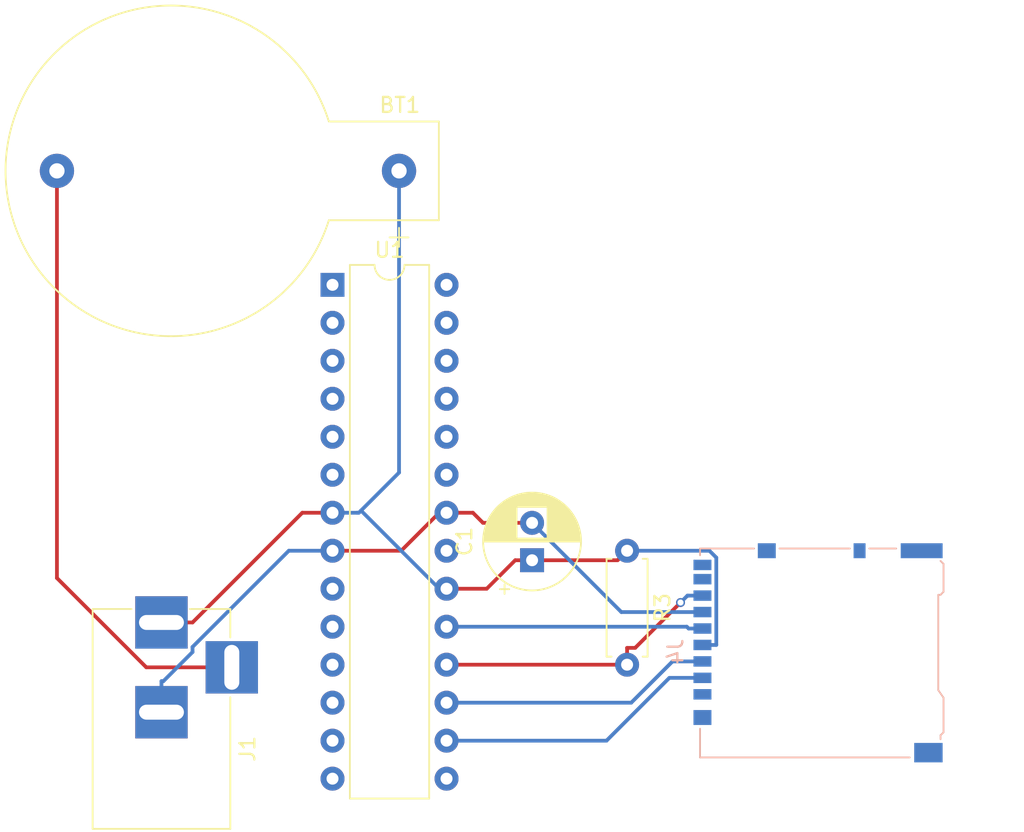
<source format=kicad_pcb>
(kicad_pcb (version 4) (host pcbnew 4.0.6+dfsg1-1)

  (general
    (links 16)
    (no_connects 11)
    (area 0 0 0 0)
    (thickness 1.6)
    (drawings 0)
    (tracks 53)
    (zones 0)
    (modules 6)
    (nets 8)
  )

  (page A4)
  (layers
    (0 F.Cu signal)
    (31 B.Cu signal)
    (32 B.Adhes user)
    (33 F.Adhes user)
    (34 B.Paste user)
    (35 F.Paste user)
    (36 B.SilkS user)
    (37 F.SilkS user)
    (38 B.Mask user)
    (39 F.Mask user)
    (40 Dwgs.User user)
    (41 Cmts.User user)
    (42 Eco1.User user)
    (43 Eco2.User user)
    (44 Edge.Cuts user)
    (45 Margin user)
    (46 B.CrtYd user)
    (47 F.CrtYd user)
    (48 B.Fab user)
    (49 F.Fab user)
  )

  (setup
    (last_trace_width 0.25)
    (trace_clearance 0.2)
    (zone_clearance 0.508)
    (zone_45_only no)
    (trace_min 0.2)
    (segment_width 0.2)
    (edge_width 0.15)
    (via_size 0.6)
    (via_drill 0.4)
    (via_min_size 0.4)
    (via_min_drill 0.3)
    (uvia_size 0.3)
    (uvia_drill 0.1)
    (uvias_allowed no)
    (uvia_min_size 0.2)
    (uvia_min_drill 0.1)
    (pcb_text_width 0.3)
    (pcb_text_size 1.5 1.5)
    (mod_edge_width 0.15)
    (mod_text_size 1 1)
    (mod_text_width 0.15)
    (pad_size 1.524 1.524)
    (pad_drill 0.762)
    (pad_to_mask_clearance 0.2)
    (aux_axis_origin 0 0)
    (visible_elements FFFFFF7F)
    (pcbplotparams
      (layerselection 0x00030_80000001)
      (usegerberextensions false)
      (excludeedgelayer true)
      (linewidth 0.100000)
      (plotframeref false)
      (viasonmask false)
      (mode 1)
      (useauxorigin false)
      (hpglpennumber 1)
      (hpglpenspeed 20)
      (hpglpendiameter 15)
      (hpglpenoverlay 2)
      (psnegative false)
      (psa4output false)
      (plotreference true)
      (plotvalue true)
      (plotinvisibletext false)
      (padsonsilk false)
      (subtractmaskfromsilk false)
      (outputformat 1)
      (mirror false)
      (drillshape 1)
      (scaleselection 1)
      (outputdirectory ""))
  )

  (net 0 "")
  (net 1 GND)
  (net 2 /_SS)
  (net 3 /MOSI)
  (net 4 /SCLK)
  (net 5 /MISO)
  (net 6 "Net-(BT1-Pad2)")
  (net 7 +3V3)

  (net_class Default "This is the default net class."
    (clearance 0.2)
    (trace_width 0.25)
    (via_dia 0.6)
    (via_drill 0.4)
    (uvia_dia 0.3)
    (uvia_drill 0.1)
    (add_net +3V3)
    (add_net /MISO)
    (add_net /MOSI)
    (add_net /SCLK)
    (add_net /_SS)
    (add_net GND)
    (add_net "Net-(BT1-Pad2)")
  )

  (module Battery:BatteryHolder_CR2032H (layer F.Cu) (tedit 5A1AA7FF) (tstamp 5A7C3EC6)
    (at 172.085 94.615)
    (descr "CR2032H battery holder, PCB mounted")
    (tags "CR2032H battery holder")
    (path /5A7C7473)
    (fp_text reference BT1 (at 0.05 -4.4) (layer F.SilkS)
      (effects (font (size 1 1) (thickness 0.15)))
    )
    (fp_text value Battery_Cell (at -15.24 12.7) (layer F.Fab)
      (effects (font (size 1 1) (thickness 0.15)))
    )
    (fp_text user %R (at -11.812 0) (layer F.Fab)
      (effects (font (size 1 1) (thickness 0.15)))
    )
    (fp_line (start -4.49 -3.8) (end 3.06 -3.8) (layer F.CrtYd) (width 0.05))
    (fp_line (start 3.06 -3.8) (end 3.06 3.65) (layer F.CrtYd) (width 0.05))
    (fp_line (start 3.06 3.65) (end -4.44 3.65) (layer F.CrtYd) (width 0.05))
    (fp_line (start -4.69 -3.3) (end 2.66 -3.3) (layer F.SilkS) (width 0.12))
    (fp_line (start 2.66 -3.3) (end 2.66 3.3) (layer F.SilkS) (width 0.12))
    (fp_line (start 2.66 3.3) (end -4.69 3.3) (layer F.SilkS) (width 0.12))
    (fp_line (start 0 3.81) (end 0 5.08) (layer F.SilkS) (width 0.12))
    (fp_line (start -0.63 4.45) (end 0.63 4.45) (layer F.SilkS) (width 0.12))
    (fp_line (start -4.45 -2.54) (end 1.9 -2.54) (layer F.Fab) (width 0.1))
    (fp_line (start 1.9 -2.54) (end 1.9 2.54) (layer F.Fab) (width 0.1))
    (fp_line (start 1.9 2.54) (end -4.45 2.54) (layer F.Fab) (width 0.1))
    (fp_line (start 1.9 -3.17) (end 2.54 -3.17) (layer F.Fab) (width 0.1))
    (fp_line (start 2.54 -3.17) (end 2.54 3.17) (layer F.Fab) (width 0.1))
    (fp_line (start 2.54 3.17) (end 1.9 3.17) (layer F.Fab) (width 0.1))
    (fp_line (start 0.63 -3.17) (end 1.9 -3.17) (layer F.Fab) (width 0.1))
    (fp_line (start 1.9 3.17) (end -4.45 3.17) (layer F.Fab) (width 0.1))
    (fp_line (start -4.45 -3.17) (end 0.63 -3.17) (layer F.Fab) (width 0.1))
    (fp_circle (center -15.24 0) (end -16.51 -8.89) (layer F.Fab) (width 0.1))
    (fp_circle (center -15.24 0) (end -8.89 8.89) (layer F.Fab) (width 0.1))
    (fp_arc (start -15.24 0) (end -4.44 3.65) (angle 322) (layer F.CrtYd) (width 0.05))
    (fp_arc (start -15.24 0) (end -4.69 3.3) (angle 325) (layer F.SilkS) (width 0.12))
    (pad 2 thru_hole circle (at -22.86 0) (size 2.29 2.29) (drill 1.02) (layers *.Cu *.Mask)
      (net 6 "Net-(BT1-Pad2)"))
    (pad 1 thru_hole circle (at 0 0) (size 2.29 2.29) (drill 1.02) (layers *.Cu *.Mask)
      (net 7 +3V3))
    (model ${KISYS3DMOD}/Battery.3dshapes/BatteryHolder_CR2032H.wrl
      (at (xyz 0 0 0))
      (scale (xyz 1 1 1))
      (rotate (xyz 0 0 0))
    )
  )

  (module Connectors:BARREL_JACK (layer F.Cu) (tedit 5861378E) (tstamp 5A7C3ECD)
    (at 156.21 124.81 90)
    (descr "DC Barrel Jack")
    (tags "Power Jack")
    (path /5A71C2D0)
    (fp_text reference J1 (at -8.45 5.75 270) (layer F.SilkS)
      (effects (font (size 1 1) (thickness 0.15)))
    )
    (fp_text value BARREL_JACK (at -6.2 -5.5 90) (layer F.Fab)
      (effects (font (size 1 1) (thickness 0.15)))
    )
    (fp_line (start 1 -4.5) (end 1 -4.75) (layer F.CrtYd) (width 0.05))
    (fp_line (start 1 -4.75) (end -14 -4.75) (layer F.CrtYd) (width 0.05))
    (fp_line (start 1 -4.5) (end 1 -2) (layer F.CrtYd) (width 0.05))
    (fp_line (start 1 -2) (end 2 -2) (layer F.CrtYd) (width 0.05))
    (fp_line (start 2 -2) (end 2 2) (layer F.CrtYd) (width 0.05))
    (fp_line (start 2 2) (end 1 2) (layer F.CrtYd) (width 0.05))
    (fp_line (start 1 2) (end 1 4.75) (layer F.CrtYd) (width 0.05))
    (fp_line (start 1 4.75) (end -1 4.75) (layer F.CrtYd) (width 0.05))
    (fp_line (start -1 4.75) (end -1 6.75) (layer F.CrtYd) (width 0.05))
    (fp_line (start -1 6.75) (end -5 6.75) (layer F.CrtYd) (width 0.05))
    (fp_line (start -5 6.75) (end -5 4.75) (layer F.CrtYd) (width 0.05))
    (fp_line (start -5 4.75) (end -14 4.75) (layer F.CrtYd) (width 0.05))
    (fp_line (start -14 4.75) (end -14 -4.75) (layer F.CrtYd) (width 0.05))
    (fp_line (start -5 4.6) (end -13.8 4.6) (layer F.SilkS) (width 0.12))
    (fp_line (start -13.8 4.6) (end -13.8 -4.6) (layer F.SilkS) (width 0.12))
    (fp_line (start 0.9 1.9) (end 0.9 4.6) (layer F.SilkS) (width 0.12))
    (fp_line (start 0.9 4.6) (end -1 4.6) (layer F.SilkS) (width 0.12))
    (fp_line (start -13.8 -4.6) (end 0.9 -4.6) (layer F.SilkS) (width 0.12))
    (fp_line (start 0.9 -4.6) (end 0.9 -2) (layer F.SilkS) (width 0.12))
    (fp_line (start -10.2 -4.5) (end -10.2 4.5) (layer F.Fab) (width 0.1))
    (fp_line (start -13.7 -4.5) (end -13.7 4.5) (layer F.Fab) (width 0.1))
    (fp_line (start -13.7 4.5) (end 0.8 4.5) (layer F.Fab) (width 0.1))
    (fp_line (start 0.8 4.5) (end 0.8 -4.5) (layer F.Fab) (width 0.1))
    (fp_line (start 0.8 -4.5) (end -13.7 -4.5) (layer F.Fab) (width 0.1))
    (pad 1 thru_hole rect (at 0 0 90) (size 3.5 3.5) (drill oval 1 3) (layers *.Cu *.Mask)
      (net 7 +3V3))
    (pad 2 thru_hole rect (at -6 0 90) (size 3.5 3.5) (drill oval 1 3) (layers *.Cu *.Mask)
      (net 1 GND))
    (pad 3 thru_hole rect (at -3 4.7 90) (size 3.5 3.5) (drill oval 3 1) (layers *.Cu *.Mask)
      (net 6 "Net-(BT1-Pad2)"))
  )

  (module Connector_Card:microSD_HC_Hirose_DM3AT-SF-PEJM5 (layer B.Cu) (tedit 5A1DBFB5) (tstamp 5A7C3EDF)
    (at 200.085 126.84 270)
    (descr "Micro SD, SMD, right-angle, push-pull (https://www.hirose.com/product/en/download_file/key_name/DM3AT-SF-PEJM5/category/Drawing%20(2D)/doc_file_id/44099/?file_category_id=6&item_id=06090031000&is_series=)")
    (tags "Micro SD")
    (path /5A75CAF4)
    (attr smd)
    (fp_text reference J4 (at -0.075 9.525 270) (layer B.SilkS)
      (effects (font (size 1 1) (thickness 0.15)) (justify mirror))
    )
    (fp_text value Micro_SD_Card_Det_SPI (at -0.075 -9.575 270) (layer B.Fab)
      (effects (font (size 1 1) (thickness 0.15)) (justify mirror))
    )
    (fp_text user KEEPOUT (at -1.075 1.925 270) (layer Cmts.User)
      (effects (font (size 1 1) (thickness 0.1)))
    )
    (fp_text user %R (at -0.075 -0.375 270) (layer B.Fab)
      (effects (font (size 1 1) (thickness 0.1)) (justify mirror))
    )
    (fp_text user KEEPOUT (at 4.2 -7.65 270) (layer Cmts.User)
      (effects (font (size 0.4 0.4) (thickness 0.06)))
    )
    (fp_text user KEEPOUT (at -6.85 3.25 540) (layer Cmts.User)
      (effects (font (size 0.6 0.6) (thickness 0.09)))
    )
    (fp_text user KEEPOUT (at -5.775 -2.375 540) (layer Cmts.User)
      (effects (font (size 0.6 0.6) (thickness 0.09)))
    )
    (fp_line (start -4.175 2.725) (end -5.425 1.825) (layer Dwgs.User) (width 0.1))
    (fp_line (start -4.875 2.725) (end -5.425 2.325) (layer Dwgs.User) (width 0.1))
    (fp_line (start -2.775 2.725) (end -5 1.125) (layer Dwgs.User) (width 0.1))
    (fp_line (start -5.425 1.325) (end -3.475 2.725) (layer Dwgs.User) (width 0.1))
    (fp_line (start -6.125 0.825) (end -5.425 1.325) (layer Dwgs.User) (width 0.1))
    (fp_line (start -6.125 1.325) (end -5.975 1.425) (layer Dwgs.User) (width 0.1))
    (fp_line (start -6.125 0.325) (end -5.425 0.825) (layer Dwgs.User) (width 0.1))
    (fp_line (start -6.125 -0.175) (end -5.425 0.325) (layer Dwgs.User) (width 0.1))
    (fp_line (start -6.125 -0.675) (end -5.425 -0.175) (layer Dwgs.User) (width 0.1))
    (fp_line (start -6.125 -1.175) (end -5.425 -0.675) (layer Dwgs.User) (width 0.1))
    (fp_line (start -6.125 -1.675) (end -5.425 -1.175) (layer Dwgs.User) (width 0.1))
    (fp_line (start -6.125 -2.175) (end -5.425 -1.675) (layer Dwgs.User) (width 0.1))
    (fp_line (start -6.125 -2.675) (end -5.425 -2.175) (layer Dwgs.User) (width 0.1))
    (fp_line (start -6.125 -3.175) (end -5.425 -2.675) (layer Dwgs.User) (width 0.1))
    (fp_line (start -6.125 -3.675) (end -5.425 -3.175) (layer Dwgs.User) (width 0.1))
    (fp_line (start -6.125 -4.175) (end -5.425 -3.675) (layer Dwgs.User) (width 0.1))
    (fp_line (start -6.125 -4.675) (end -5.425 -4.175) (layer Dwgs.User) (width 0.1))
    (fp_line (start -6.125 -5.175) (end -5.425 -4.675) (layer Dwgs.User) (width 0.1))
    (fp_line (start -6.125 -5.675) (end -5.425 -5.175) (layer Dwgs.User) (width 0.1))
    (fp_line (start -6.125 -6.175) (end -5.425 -5.675) (layer Dwgs.User) (width 0.1))
    (fp_line (start -6.475 -0.225) (end -7.225 -0.725) (layer Dwgs.User) (width 0.1))
    (fp_line (start -6.475 0.275) (end -7.225 -0.225) (layer Dwgs.User) (width 0.1))
    (fp_line (start -6.475 0.775) (end -7.225 0.275) (layer Dwgs.User) (width 0.1))
    (fp_line (start -6.475 1.275) (end -7.225 0.775) (layer Dwgs.User) (width 0.1))
    (fp_line (start -6.475 1.775) (end -7.225 1.275) (layer Dwgs.User) (width 0.1))
    (fp_line (start -6.475 2.275) (end -7.225 1.775) (layer Dwgs.User) (width 0.1))
    (fp_line (start -6.475 2.775) (end -7.225 2.275) (layer Dwgs.User) (width 0.1))
    (fp_line (start -6.475 3.275) (end -7.225 2.775) (layer Dwgs.User) (width 0.1))
    (fp_line (start -6.475 3.775) (end -7.225 3.275) (layer Dwgs.User) (width 0.1))
    (fp_line (start -6.475 4.275) (end -7.225 3.775) (layer Dwgs.User) (width 0.1))
    (fp_line (start -6.475 4.775) (end -7.225 4.275) (layer Dwgs.User) (width 0.1))
    (fp_line (start -6.475 5.275) (end -7.225 4.775) (layer Dwgs.User) (width 0.1))
    (fp_line (start -6.475 5.775) (end -7.225 5.275) (layer Dwgs.User) (width 0.1))
    (fp_line (start -6.475 6.275) (end -7.225 5.775) (layer Dwgs.User) (width 0.1))
    (fp_line (start -6.475 6.775) (end -7.225 6.275) (layer Dwgs.User) (width 0.1))
    (fp_line (start -6.475 7.275) (end -7.225 6.775) (layer Dwgs.User) (width 0.1))
    (fp_line (start 3.475 -6.975) (end 2.925 -7.875) (layer Dwgs.User) (width 0.1))
    (fp_line (start 3.975 -6.975) (end 3.175 -8.325) (layer Dwgs.User) (width 0.1))
    (fp_line (start 4.475 -6.975) (end 3.675 -8.325) (layer Dwgs.User) (width 0.1))
    (fp_line (start 4.975 -6.975) (end 4.175 -8.325) (layer Dwgs.User) (width 0.1))
    (fp_line (start 5.475 -6.975) (end 4.675 -8.325) (layer Dwgs.User) (width 0.1))
    (fp_line (start 3.005 -8.385) (end 2.495 -8.035) (layer B.SilkS) (width 0.12))
    (fp_line (start 5.515 -8.185) (end 5.775 -8.185) (layer B.SilkS) (width 0.12))
    (fp_line (start 5.315 -8.385) (end 5.515 -8.185) (layer B.SilkS) (width 0.12))
    (fp_line (start -4.085 -8.385) (end -3.875 -8.185) (layer B.SilkS) (width 0.12))
    (fp_line (start -3.875 -8.035) (end -3.875 -8.185) (layer B.SilkS) (width 0.12))
    (fp_line (start -3.875 -8.035) (end 2.495 -8.035) (layer B.SilkS) (width 0.12))
    (fp_line (start -6.975 -3.425) (end -6.975 -5.225) (layer B.SilkS) (width 0.12))
    (fp_line (start -6.975 2.575) (end -6.975 -2.125) (layer B.SilkS) (width 0.12))
    (fp_line (start -5.945 -8.385) (end -6.145 -8.185) (layer B.SilkS) (width 0.12))
    (fp_line (start -5.945 -8.385) (end -4.085 -8.385) (layer B.SilkS) (width 0.12))
    (fp_line (start 5.315 -8.385) (end 3.005 -8.385) (layer B.SilkS) (width 0.12))
    (fp_line (start -6.975 7.885) (end -6.975 4.275) (layer B.SilkS) (width 0.12))
    (fp_line (start -6.525 7.885) (end -6.975 7.885) (layer B.SilkS) (width 0.12))
    (fp_line (start 6.995 7.885) (end 6.995 -6.125) (layer B.SilkS) (width 0.12))
    (fp_line (start 5.075 7.885) (end 6.995 7.885) (layer B.SilkS) (width 0.12))
    (fp_line (start -7.82 -8.88) (end -7.82 8.82) (layer B.CrtYd) (width 0.05))
    (fp_line (start 7.88 -8.88) (end -7.82 -8.88) (layer B.CrtYd) (width 0.05))
    (fp_line (start 7.88 8.82) (end 7.88 -8.88) (layer B.CrtYd) (width 0.05))
    (fp_line (start -7.82 8.82) (end 7.88 8.82) (layer B.CrtYd) (width 0.05))
    (fp_line (start -7.225 -0.775) (end -7.225 7.275) (layer Dwgs.User) (width 0.1))
    (fp_line (start -6.475 -0.775) (end -7.225 -0.775) (layer Dwgs.User) (width 0.1))
    (fp_line (start -6.475 7.275) (end -6.475 -0.775) (layer Dwgs.User) (width 0.1))
    (fp_line (start -7.225 7.275) (end -6.475 7.275) (layer Dwgs.User) (width 0.1))
    (fp_line (start -6.125 -6.175) (end -6.125 1.425) (layer Dwgs.User) (width 0.1))
    (fp_line (start -5.425 -6.175) (end -6.125 -6.175) (layer Dwgs.User) (width 0.1))
    (fp_line (start -5.425 2.725) (end -5.425 -6.175) (layer Dwgs.User) (width 0.1))
    (fp_line (start -6.125 1.425) (end -5.425 1.425) (layer Dwgs.User) (width 0.1))
    (fp_line (start 2.925 -8.325) (end 2.925 -6.975) (layer Dwgs.User) (width 0.1))
    (fp_line (start 5.475 -8.325) (end 2.925 -8.325) (layer Dwgs.User) (width 0.1))
    (fp_line (start 5.475 -6.975) (end 5.475 -8.325) (layer Dwgs.User) (width 0.1))
    (fp_line (start 2.925 -6.975) (end 5.475 -6.975) (layer Dwgs.User) (width 0.1))
    (fp_line (start 3.275 1.125) (end -5.425 1.125) (layer Dwgs.User) (width 0.1))
    (fp_line (start 3.275 2.725) (end 3.275 1.125) (layer Dwgs.User) (width 0.1))
    (fp_line (start -5.425 2.725) (end 3.275 2.725) (layer Dwgs.User) (width 0.1))
    (fp_line (start -3.915 -8.125) (end -3.915 -7.975) (layer B.Fab) (width 0.1))
    (fp_line (start -6.115 -8.125) (end -6.925 -8.125) (layer B.Fab) (width 0.1))
    (fp_line (start 5.485 -8.125) (end 6.925 -8.125) (layer B.Fab) (width 0.1))
    (fp_line (start -4.115 -8.325) (end -5.915 -8.325) (layer B.Fab) (width 0.1))
    (fp_line (start -3.915 -8.125) (end -4.115 -8.325) (layer B.Fab) (width 0.1))
    (fp_line (start -5.915 -8.325) (end -6.115 -8.125) (layer B.Fab) (width 0.1))
    (fp_line (start 3.035 -8.325) (end 2.51 -7.975) (layer B.Fab) (width 0.1))
    (fp_line (start 5.285 -8.325) (end 5.485 -8.125) (layer B.Fab) (width 0.1))
    (fp_line (start 5.285 -8.325) (end 3.035 -8.325) (layer B.Fab) (width 0.1))
    (fp_line (start -6.925 -8.125) (end -6.925 7.825) (layer B.Fab) (width 0.1))
    (fp_line (start 6.925 -8.125) (end 6.925 7.825) (layer B.Fab) (width 0.1))
    (fp_line (start 6.925 7.825) (end -6.925 7.825) (layer B.Fab) (width 0.1))
    (fp_line (start 2.51 -7.975) (end -3.915 -7.975) (layer B.Fab) (width 0.1))
    (fp_line (start -5.425 -9.725) (end 4.575 -9.725) (layer B.Fab) (width 0.1))
    (fp_line (start -5.425 -13.725) (end 4.575 -13.725) (layer B.Fab) (width 0.1))
    (fp_line (start 5.075 -13.225) (end 5.075 -8.325) (layer B.Fab) (width 0.1))
    (fp_line (start -5.925 -8.325) (end -5.925 -13.225) (layer B.Fab) (width 0.1))
    (fp_line (start -2.075 2.725) (end -4.3 1.125) (layer Dwgs.User) (width 0.1))
    (fp_line (start -1.375 2.725) (end -3.6 1.125) (layer Dwgs.User) (width 0.1))
    (fp_line (start -0.675 2.725) (end -2.9 1.125) (layer Dwgs.User) (width 0.1))
    (fp_line (start 0.025 2.725) (end -2.2 1.125) (layer Dwgs.User) (width 0.1))
    (fp_line (start 0.725 2.725) (end -1.5 1.125) (layer Dwgs.User) (width 0.1))
    (fp_line (start 1.425 2.725) (end -0.8 1.125) (layer Dwgs.User) (width 0.1))
    (fp_line (start 2.125 2.725) (end -0.1 1.125) (layer Dwgs.User) (width 0.1))
    (fp_line (start 2.825 2.725) (end 0.6 1.125) (layer Dwgs.User) (width 0.1))
    (fp_line (start 3.275 2.525) (end 1.3 1.125) (layer Dwgs.User) (width 0.1))
    (fp_line (start 3.275 2.025) (end 2 1.125) (layer Dwgs.User) (width 0.1))
    (fp_line (start 3.275 1.525) (end 2.7 1.125) (layer Dwgs.User) (width 0.1))
    (fp_arc (start 4.575 -9.225) (end 5.075 -9.225) (angle -90) (layer B.Fab) (width 0.1))
    (fp_arc (start -5.425 -9.225) (end -5.425 -9.725) (angle -90) (layer B.Fab) (width 0.1))
    (fp_arc (start 4.575 -13.225) (end 5.075 -13.225) (angle -90) (layer B.Fab) (width 0.1))
    (fp_arc (start -5.425 -13.225) (end -5.425 -13.725) (angle -90) (layer B.Fab) (width 0.1))
    (pad 9 smd rect (at -5.875 7.725 270) (size 0.7 1.2) (layers B.Cu B.Paste B.Mask))
    (pad 8 smd rect (at -4.925 7.725 270) (size 0.7 1.2) (layers B.Cu B.Paste B.Mask))
    (pad 1 smd rect (at 2.775 7.725 270) (size 0.7 1.2) (layers B.Cu B.Paste B.Mask))
    (pad 2 smd rect (at 1.675 7.725 270) (size 0.7 1.2) (layers B.Cu B.Paste B.Mask)
      (net 2 /_SS))
    (pad 3 smd rect (at 0.575 7.725 270) (size 0.7 1.2) (layers B.Cu B.Paste B.Mask)
      (net 3 /MOSI))
    (pad 4 smd rect (at -0.525 7.725 270) (size 0.7 1.2) (layers B.Cu B.Paste B.Mask)
      (net 7 +3V3))
    (pad 5 smd rect (at -1.625 7.725 270) (size 0.7 1.2) (layers B.Cu B.Paste B.Mask)
      (net 4 /SCLK))
    (pad 6 smd rect (at -2.725 7.725 270) (size 0.7 1.2) (layers B.Cu B.Paste B.Mask)
      (net 1 GND))
    (pad 7 smd rect (at -3.825 7.725 270) (size 0.7 1.2) (layers B.Cu B.Paste B.Mask)
      (net 5 /MISO))
    (pad 11 smd rect (at 4.325 7.725 270) (size 1 1.2) (layers B.Cu B.Paste B.Mask))
    (pad 11 smd rect (at -6.825 3.425 270) (size 1 1.2) (layers B.Cu B.Paste B.Mask))
    (pad 10 smd rect (at -6.825 -2.775 270) (size 1 0.8) (layers B.Cu B.Paste B.Mask))
    (pad 11 smd rect (at -6.825 -6.925 270) (size 1 2.8) (layers B.Cu B.Paste B.Mask))
    (pad 11 smd rect (at 6.675 -7.375 270) (size 1.3 1.9) (layers B.Cu B.Paste B.Mask))
    (model ${KISYS3DMOD}/Connector_Card.3dshapes/microSD_HC_Hirose_DM3AT-SF-PEJM5.wrl
      (at (xyz 0.1092519685 0.280511811 0))
      (scale (xyz 1 1 1))
      (rotate (xyz 0 0 0))
    )
  )

  (module Resistor_THT:R_Axial_DIN0207_L6.3mm_D2.5mm_P7.62mm_Horizontal (layer F.Cu) (tedit 5A24F4B6) (tstamp 5A7C3EE5)
    (at 187.325 120.015 270)
    (descr "Resistor, Axial_DIN0207 series, Axial, Horizontal, pin pitch=7.62mm, 0.25W = 1/4W, length*diameter=6.3*2.5mm^2, http://cdn-reichelt.de/documents/datenblatt/B400/1_4W%23YAG.pdf")
    (tags "Resistor Axial_DIN0207 series Axial Horizontal pin pitch 7.62mm 0.25W = 1/4W length 6.3mm diameter 2.5mm")
    (path /5A75CD22)
    (fp_text reference R3 (at 3.81 -2.37 270) (layer F.SilkS)
      (effects (font (size 1 1) (thickness 0.15)))
    )
    (fp_text value 10k (at 3.81 2.37 270) (layer F.Fab)
      (effects (font (size 1 1) (thickness 0.15)))
    )
    (fp_line (start 0.66 -1.25) (end 0.66 1.25) (layer F.Fab) (width 0.1))
    (fp_line (start 0.66 1.25) (end 6.96 1.25) (layer F.Fab) (width 0.1))
    (fp_line (start 6.96 1.25) (end 6.96 -1.25) (layer F.Fab) (width 0.1))
    (fp_line (start 6.96 -1.25) (end 0.66 -1.25) (layer F.Fab) (width 0.1))
    (fp_line (start 0 0) (end 0.66 0) (layer F.Fab) (width 0.1))
    (fp_line (start 7.62 0) (end 6.96 0) (layer F.Fab) (width 0.1))
    (fp_line (start 0.54 -1.04) (end 0.54 -1.37) (layer F.SilkS) (width 0.12))
    (fp_line (start 0.54 -1.37) (end 7.08 -1.37) (layer F.SilkS) (width 0.12))
    (fp_line (start 7.08 -1.37) (end 7.08 -1.04) (layer F.SilkS) (width 0.12))
    (fp_line (start 0.54 1.04) (end 0.54 1.37) (layer F.SilkS) (width 0.12))
    (fp_line (start 0.54 1.37) (end 7.08 1.37) (layer F.SilkS) (width 0.12))
    (fp_line (start 7.08 1.37) (end 7.08 1.04) (layer F.SilkS) (width 0.12))
    (fp_line (start -1.05 -1.65) (end -1.05 1.65) (layer F.CrtYd) (width 0.05))
    (fp_line (start -1.05 1.65) (end 8.7 1.65) (layer F.CrtYd) (width 0.05))
    (fp_line (start 8.7 1.65) (end 8.7 -1.65) (layer F.CrtYd) (width 0.05))
    (fp_line (start 8.7 -1.65) (end -1.05 -1.65) (layer F.CrtYd) (width 0.05))
    (fp_text user %R (at 3.81 0 270) (layer F.Fab)
      (effects (font (size 1 1) (thickness 0.15)))
    )
    (pad 1 thru_hole circle (at 0 0 270) (size 1.6 1.6) (drill 0.8) (layers *.Cu *.Mask)
      (net 7 +3V3))
    (pad 2 thru_hole oval (at 7.62 0 270) (size 1.6 1.6) (drill 0.8) (layers *.Cu *.Mask)
      (net 5 /MISO))
    (model ${KISYS3DMOD}/Resistor_THT.3dshapes/R_Axial_DIN0207_L6.3mm_D2.5mm_P7.62mm_Horizontal.wrl
      (at (xyz 0 0 0))
      (scale (xyz 1 1 1))
      (rotate (xyz 0 0 0))
    )
  )

  (module Capacitor_THT:CP_Radial_D6.3mm_P2.50mm (layer F.Cu) (tedit 5A533290) (tstamp 5A7C4C12)
    (at 180.975 120.65 90)
    (descr "CP, Radial series, Radial, pin pitch=2.50mm, , diameter=6.3mm, Electrolytic Capacitor")
    (tags "CP Radial series Radial pin pitch 2.50mm  diameter 6.3mm Electrolytic Capacitor")
    (path /5A7C5F60)
    (fp_text reference C1 (at 1.25 -4.52 90) (layer F.SilkS)
      (effects (font (size 1 1) (thickness 0.15)))
    )
    (fp_text value 1u (at 1.25 4.52 90) (layer F.Fab)
      (effects (font (size 1 1) (thickness 0.15)))
    )
    (fp_circle (center 1.25 0) (end 4.4 0) (layer F.Fab) (width 0.1))
    (fp_circle (center 1.25 0) (end 4.52 0) (layer F.SilkS) (width 0.12))
    (fp_circle (center 1.25 0) (end 4.65 0) (layer F.CrtYd) (width 0.05))
    (fp_line (start -1.443972 -1.3735) (end -0.813972 -1.3735) (layer F.Fab) (width 0.1))
    (fp_line (start -1.128972 -1.6885) (end -1.128972 -1.0585) (layer F.Fab) (width 0.1))
    (fp_line (start 1.25 -3.23) (end 1.25 3.23) (layer F.SilkS) (width 0.12))
    (fp_line (start 1.29 -3.23) (end 1.29 3.23) (layer F.SilkS) (width 0.12))
    (fp_line (start 1.33 -3.23) (end 1.33 3.23) (layer F.SilkS) (width 0.12))
    (fp_line (start 1.37 -3.228) (end 1.37 3.228) (layer F.SilkS) (width 0.12))
    (fp_line (start 1.41 -3.227) (end 1.41 3.227) (layer F.SilkS) (width 0.12))
    (fp_line (start 1.45 -3.224) (end 1.45 3.224) (layer F.SilkS) (width 0.12))
    (fp_line (start 1.49 -3.222) (end 1.49 -1.04) (layer F.SilkS) (width 0.12))
    (fp_line (start 1.49 1.04) (end 1.49 3.222) (layer F.SilkS) (width 0.12))
    (fp_line (start 1.53 -3.218) (end 1.53 -1.04) (layer F.SilkS) (width 0.12))
    (fp_line (start 1.53 1.04) (end 1.53 3.218) (layer F.SilkS) (width 0.12))
    (fp_line (start 1.57 -3.215) (end 1.57 -1.04) (layer F.SilkS) (width 0.12))
    (fp_line (start 1.57 1.04) (end 1.57 3.215) (layer F.SilkS) (width 0.12))
    (fp_line (start 1.61 -3.211) (end 1.61 -1.04) (layer F.SilkS) (width 0.12))
    (fp_line (start 1.61 1.04) (end 1.61 3.211) (layer F.SilkS) (width 0.12))
    (fp_line (start 1.65 -3.206) (end 1.65 -1.04) (layer F.SilkS) (width 0.12))
    (fp_line (start 1.65 1.04) (end 1.65 3.206) (layer F.SilkS) (width 0.12))
    (fp_line (start 1.69 -3.201) (end 1.69 -1.04) (layer F.SilkS) (width 0.12))
    (fp_line (start 1.69 1.04) (end 1.69 3.201) (layer F.SilkS) (width 0.12))
    (fp_line (start 1.73 -3.195) (end 1.73 -1.04) (layer F.SilkS) (width 0.12))
    (fp_line (start 1.73 1.04) (end 1.73 3.195) (layer F.SilkS) (width 0.12))
    (fp_line (start 1.77 -3.189) (end 1.77 -1.04) (layer F.SilkS) (width 0.12))
    (fp_line (start 1.77 1.04) (end 1.77 3.189) (layer F.SilkS) (width 0.12))
    (fp_line (start 1.81 -3.182) (end 1.81 -1.04) (layer F.SilkS) (width 0.12))
    (fp_line (start 1.81 1.04) (end 1.81 3.182) (layer F.SilkS) (width 0.12))
    (fp_line (start 1.85 -3.175) (end 1.85 -1.04) (layer F.SilkS) (width 0.12))
    (fp_line (start 1.85 1.04) (end 1.85 3.175) (layer F.SilkS) (width 0.12))
    (fp_line (start 1.89 -3.167) (end 1.89 -1.04) (layer F.SilkS) (width 0.12))
    (fp_line (start 1.89 1.04) (end 1.89 3.167) (layer F.SilkS) (width 0.12))
    (fp_line (start 1.93 -3.159) (end 1.93 -1.04) (layer F.SilkS) (width 0.12))
    (fp_line (start 1.93 1.04) (end 1.93 3.159) (layer F.SilkS) (width 0.12))
    (fp_line (start 1.971 -3.15) (end 1.971 -1.04) (layer F.SilkS) (width 0.12))
    (fp_line (start 1.971 1.04) (end 1.971 3.15) (layer F.SilkS) (width 0.12))
    (fp_line (start 2.011 -3.141) (end 2.011 -1.04) (layer F.SilkS) (width 0.12))
    (fp_line (start 2.011 1.04) (end 2.011 3.141) (layer F.SilkS) (width 0.12))
    (fp_line (start 2.051 -3.131) (end 2.051 -1.04) (layer F.SilkS) (width 0.12))
    (fp_line (start 2.051 1.04) (end 2.051 3.131) (layer F.SilkS) (width 0.12))
    (fp_line (start 2.091 -3.121) (end 2.091 -1.04) (layer F.SilkS) (width 0.12))
    (fp_line (start 2.091 1.04) (end 2.091 3.121) (layer F.SilkS) (width 0.12))
    (fp_line (start 2.131 -3.11) (end 2.131 -1.04) (layer F.SilkS) (width 0.12))
    (fp_line (start 2.131 1.04) (end 2.131 3.11) (layer F.SilkS) (width 0.12))
    (fp_line (start 2.171 -3.098) (end 2.171 -1.04) (layer F.SilkS) (width 0.12))
    (fp_line (start 2.171 1.04) (end 2.171 3.098) (layer F.SilkS) (width 0.12))
    (fp_line (start 2.211 -3.086) (end 2.211 -1.04) (layer F.SilkS) (width 0.12))
    (fp_line (start 2.211 1.04) (end 2.211 3.086) (layer F.SilkS) (width 0.12))
    (fp_line (start 2.251 -3.074) (end 2.251 -1.04) (layer F.SilkS) (width 0.12))
    (fp_line (start 2.251 1.04) (end 2.251 3.074) (layer F.SilkS) (width 0.12))
    (fp_line (start 2.291 -3.061) (end 2.291 -1.04) (layer F.SilkS) (width 0.12))
    (fp_line (start 2.291 1.04) (end 2.291 3.061) (layer F.SilkS) (width 0.12))
    (fp_line (start 2.331 -3.047) (end 2.331 -1.04) (layer F.SilkS) (width 0.12))
    (fp_line (start 2.331 1.04) (end 2.331 3.047) (layer F.SilkS) (width 0.12))
    (fp_line (start 2.371 -3.033) (end 2.371 -1.04) (layer F.SilkS) (width 0.12))
    (fp_line (start 2.371 1.04) (end 2.371 3.033) (layer F.SilkS) (width 0.12))
    (fp_line (start 2.411 -3.018) (end 2.411 -1.04) (layer F.SilkS) (width 0.12))
    (fp_line (start 2.411 1.04) (end 2.411 3.018) (layer F.SilkS) (width 0.12))
    (fp_line (start 2.451 -3.002) (end 2.451 -1.04) (layer F.SilkS) (width 0.12))
    (fp_line (start 2.451 1.04) (end 2.451 3.002) (layer F.SilkS) (width 0.12))
    (fp_line (start 2.491 -2.986) (end 2.491 -1.04) (layer F.SilkS) (width 0.12))
    (fp_line (start 2.491 1.04) (end 2.491 2.986) (layer F.SilkS) (width 0.12))
    (fp_line (start 2.531 -2.97) (end 2.531 -1.04) (layer F.SilkS) (width 0.12))
    (fp_line (start 2.531 1.04) (end 2.531 2.97) (layer F.SilkS) (width 0.12))
    (fp_line (start 2.571 -2.952) (end 2.571 -1.04) (layer F.SilkS) (width 0.12))
    (fp_line (start 2.571 1.04) (end 2.571 2.952) (layer F.SilkS) (width 0.12))
    (fp_line (start 2.611 -2.934) (end 2.611 -1.04) (layer F.SilkS) (width 0.12))
    (fp_line (start 2.611 1.04) (end 2.611 2.934) (layer F.SilkS) (width 0.12))
    (fp_line (start 2.651 -2.916) (end 2.651 -1.04) (layer F.SilkS) (width 0.12))
    (fp_line (start 2.651 1.04) (end 2.651 2.916) (layer F.SilkS) (width 0.12))
    (fp_line (start 2.691 -2.896) (end 2.691 -1.04) (layer F.SilkS) (width 0.12))
    (fp_line (start 2.691 1.04) (end 2.691 2.896) (layer F.SilkS) (width 0.12))
    (fp_line (start 2.731 -2.876) (end 2.731 -1.04) (layer F.SilkS) (width 0.12))
    (fp_line (start 2.731 1.04) (end 2.731 2.876) (layer F.SilkS) (width 0.12))
    (fp_line (start 2.771 -2.856) (end 2.771 -1.04) (layer F.SilkS) (width 0.12))
    (fp_line (start 2.771 1.04) (end 2.771 2.856) (layer F.SilkS) (width 0.12))
    (fp_line (start 2.811 -2.834) (end 2.811 -1.04) (layer F.SilkS) (width 0.12))
    (fp_line (start 2.811 1.04) (end 2.811 2.834) (layer F.SilkS) (width 0.12))
    (fp_line (start 2.851 -2.812) (end 2.851 -1.04) (layer F.SilkS) (width 0.12))
    (fp_line (start 2.851 1.04) (end 2.851 2.812) (layer F.SilkS) (width 0.12))
    (fp_line (start 2.891 -2.79) (end 2.891 -1.04) (layer F.SilkS) (width 0.12))
    (fp_line (start 2.891 1.04) (end 2.891 2.79) (layer F.SilkS) (width 0.12))
    (fp_line (start 2.931 -2.766) (end 2.931 -1.04) (layer F.SilkS) (width 0.12))
    (fp_line (start 2.931 1.04) (end 2.931 2.766) (layer F.SilkS) (width 0.12))
    (fp_line (start 2.971 -2.742) (end 2.971 -1.04) (layer F.SilkS) (width 0.12))
    (fp_line (start 2.971 1.04) (end 2.971 2.742) (layer F.SilkS) (width 0.12))
    (fp_line (start 3.011 -2.716) (end 3.011 -1.04) (layer F.SilkS) (width 0.12))
    (fp_line (start 3.011 1.04) (end 3.011 2.716) (layer F.SilkS) (width 0.12))
    (fp_line (start 3.051 -2.69) (end 3.051 -1.04) (layer F.SilkS) (width 0.12))
    (fp_line (start 3.051 1.04) (end 3.051 2.69) (layer F.SilkS) (width 0.12))
    (fp_line (start 3.091 -2.664) (end 3.091 -1.04) (layer F.SilkS) (width 0.12))
    (fp_line (start 3.091 1.04) (end 3.091 2.664) (layer F.SilkS) (width 0.12))
    (fp_line (start 3.131 -2.636) (end 3.131 -1.04) (layer F.SilkS) (width 0.12))
    (fp_line (start 3.131 1.04) (end 3.131 2.636) (layer F.SilkS) (width 0.12))
    (fp_line (start 3.171 -2.607) (end 3.171 -1.04) (layer F.SilkS) (width 0.12))
    (fp_line (start 3.171 1.04) (end 3.171 2.607) (layer F.SilkS) (width 0.12))
    (fp_line (start 3.211 -2.578) (end 3.211 -1.04) (layer F.SilkS) (width 0.12))
    (fp_line (start 3.211 1.04) (end 3.211 2.578) (layer F.SilkS) (width 0.12))
    (fp_line (start 3.251 -2.548) (end 3.251 -1.04) (layer F.SilkS) (width 0.12))
    (fp_line (start 3.251 1.04) (end 3.251 2.548) (layer F.SilkS) (width 0.12))
    (fp_line (start 3.291 -2.516) (end 3.291 -1.04) (layer F.SilkS) (width 0.12))
    (fp_line (start 3.291 1.04) (end 3.291 2.516) (layer F.SilkS) (width 0.12))
    (fp_line (start 3.331 -2.484) (end 3.331 -1.04) (layer F.SilkS) (width 0.12))
    (fp_line (start 3.331 1.04) (end 3.331 2.484) (layer F.SilkS) (width 0.12))
    (fp_line (start 3.371 -2.45) (end 3.371 -1.04) (layer F.SilkS) (width 0.12))
    (fp_line (start 3.371 1.04) (end 3.371 2.45) (layer F.SilkS) (width 0.12))
    (fp_line (start 3.411 -2.416) (end 3.411 -1.04) (layer F.SilkS) (width 0.12))
    (fp_line (start 3.411 1.04) (end 3.411 2.416) (layer F.SilkS) (width 0.12))
    (fp_line (start 3.451 -2.38) (end 3.451 -1.04) (layer F.SilkS) (width 0.12))
    (fp_line (start 3.451 1.04) (end 3.451 2.38) (layer F.SilkS) (width 0.12))
    (fp_line (start 3.491 -2.343) (end 3.491 -1.04) (layer F.SilkS) (width 0.12))
    (fp_line (start 3.491 1.04) (end 3.491 2.343) (layer F.SilkS) (width 0.12))
    (fp_line (start 3.531 -2.305) (end 3.531 -1.04) (layer F.SilkS) (width 0.12))
    (fp_line (start 3.531 1.04) (end 3.531 2.305) (layer F.SilkS) (width 0.12))
    (fp_line (start 3.571 -2.265) (end 3.571 2.265) (layer F.SilkS) (width 0.12))
    (fp_line (start 3.611 -2.224) (end 3.611 2.224) (layer F.SilkS) (width 0.12))
    (fp_line (start 3.651 -2.182) (end 3.651 2.182) (layer F.SilkS) (width 0.12))
    (fp_line (start 3.691 -2.137) (end 3.691 2.137) (layer F.SilkS) (width 0.12))
    (fp_line (start 3.731 -2.092) (end 3.731 2.092) (layer F.SilkS) (width 0.12))
    (fp_line (start 3.771 -2.044) (end 3.771 2.044) (layer F.SilkS) (width 0.12))
    (fp_line (start 3.811 -1.995) (end 3.811 1.995) (layer F.SilkS) (width 0.12))
    (fp_line (start 3.851 -1.944) (end 3.851 1.944) (layer F.SilkS) (width 0.12))
    (fp_line (start 3.891 -1.89) (end 3.891 1.89) (layer F.SilkS) (width 0.12))
    (fp_line (start 3.931 -1.834) (end 3.931 1.834) (layer F.SilkS) (width 0.12))
    (fp_line (start 3.971 -1.776) (end 3.971 1.776) (layer F.SilkS) (width 0.12))
    (fp_line (start 4.011 -1.714) (end 4.011 1.714) (layer F.SilkS) (width 0.12))
    (fp_line (start 4.051 -1.65) (end 4.051 1.65) (layer F.SilkS) (width 0.12))
    (fp_line (start 4.091 -1.581) (end 4.091 1.581) (layer F.SilkS) (width 0.12))
    (fp_line (start 4.131 -1.509) (end 4.131 1.509) (layer F.SilkS) (width 0.12))
    (fp_line (start 4.171 -1.432) (end 4.171 1.432) (layer F.SilkS) (width 0.12))
    (fp_line (start 4.211 -1.35) (end 4.211 1.35) (layer F.SilkS) (width 0.12))
    (fp_line (start 4.251 -1.262) (end 4.251 1.262) (layer F.SilkS) (width 0.12))
    (fp_line (start 4.291 -1.165) (end 4.291 1.165) (layer F.SilkS) (width 0.12))
    (fp_line (start 4.331 -1.059) (end 4.331 1.059) (layer F.SilkS) (width 0.12))
    (fp_line (start 4.371 -0.94) (end 4.371 0.94) (layer F.SilkS) (width 0.12))
    (fp_line (start 4.411 -0.802) (end 4.411 0.802) (layer F.SilkS) (width 0.12))
    (fp_line (start 4.451 -0.633) (end 4.451 0.633) (layer F.SilkS) (width 0.12))
    (fp_line (start 4.491 -0.402) (end 4.491 0.402) (layer F.SilkS) (width 0.12))
    (fp_line (start -2.250241 -1.839) (end -1.620241 -1.839) (layer F.SilkS) (width 0.12))
    (fp_line (start -1.935241 -2.154) (end -1.935241 -1.524) (layer F.SilkS) (width 0.12))
    (fp_text user %R (at 1.25 0 90) (layer F.Fab)
      (effects (font (size 1 1) (thickness 0.15)))
    )
    (pad 1 thru_hole rect (at 0 0 90) (size 1.6 1.6) (drill 0.8) (layers *.Cu *.Mask)
      (net 7 +3V3))
    (pad 2 thru_hole circle (at 2.5 0 90) (size 1.6 1.6) (drill 0.8) (layers *.Cu *.Mask)
      (net 1 GND))
    (model ${KISYS3DMOD}/Capacitor_THT.3dshapes/CP_Radial_D6.3mm_P2.50mm.wrl
      (at (xyz 0 0 0))
      (scale (xyz 1 1 1))
      (rotate (xyz 0 0 0))
    )
  )

  (module Package_DIP:DIP-28_W7.62mm (layer F.Cu) (tedit 5A02E8C5) (tstamp 5A7C5C42)
    (at 167.64 102.235)
    (descr "28-lead though-hole mounted DIP package, row spacing 7.62 mm (300 mils)")
    (tags "THT DIP DIL PDIP 2.54mm 7.62mm 300mil")
    (path /5A7C5B7B)
    (fp_text reference U1 (at 3.81 -2.33) (layer F.SilkS)
      (effects (font (size 1 1) (thickness 0.15)))
    )
    (fp_text value ATMEGA328P-PU (at 3.81 35.35) (layer F.Fab)
      (effects (font (size 1 1) (thickness 0.15)))
    )
    (fp_arc (start 3.81 -1.33) (end 2.81 -1.33) (angle -180) (layer F.SilkS) (width 0.12))
    (fp_line (start 1.635 -1.27) (end 6.985 -1.27) (layer F.Fab) (width 0.1))
    (fp_line (start 6.985 -1.27) (end 6.985 34.29) (layer F.Fab) (width 0.1))
    (fp_line (start 6.985 34.29) (end 0.635 34.29) (layer F.Fab) (width 0.1))
    (fp_line (start 0.635 34.29) (end 0.635 -0.27) (layer F.Fab) (width 0.1))
    (fp_line (start 0.635 -0.27) (end 1.635 -1.27) (layer F.Fab) (width 0.1))
    (fp_line (start 2.81 -1.33) (end 1.16 -1.33) (layer F.SilkS) (width 0.12))
    (fp_line (start 1.16 -1.33) (end 1.16 34.35) (layer F.SilkS) (width 0.12))
    (fp_line (start 1.16 34.35) (end 6.46 34.35) (layer F.SilkS) (width 0.12))
    (fp_line (start 6.46 34.35) (end 6.46 -1.33) (layer F.SilkS) (width 0.12))
    (fp_line (start 6.46 -1.33) (end 4.81 -1.33) (layer F.SilkS) (width 0.12))
    (fp_line (start -1.1 -1.55) (end -1.1 34.55) (layer F.CrtYd) (width 0.05))
    (fp_line (start -1.1 34.55) (end 8.7 34.55) (layer F.CrtYd) (width 0.05))
    (fp_line (start 8.7 34.55) (end 8.7 -1.55) (layer F.CrtYd) (width 0.05))
    (fp_line (start 8.7 -1.55) (end -1.1 -1.55) (layer F.CrtYd) (width 0.05))
    (fp_text user %R (at 3.81 16.51) (layer F.Fab)
      (effects (font (size 1 1) (thickness 0.15)))
    )
    (pad 1 thru_hole rect (at 0 0) (size 1.6 1.6) (drill 0.8) (layers *.Cu *.Mask))
    (pad 15 thru_hole oval (at 7.62 33.02) (size 1.6 1.6) (drill 0.8) (layers *.Cu *.Mask))
    (pad 2 thru_hole oval (at 0 2.54) (size 1.6 1.6) (drill 0.8) (layers *.Cu *.Mask))
    (pad 16 thru_hole oval (at 7.62 30.48) (size 1.6 1.6) (drill 0.8) (layers *.Cu *.Mask)
      (net 2 /_SS))
    (pad 3 thru_hole oval (at 0 5.08) (size 1.6 1.6) (drill 0.8) (layers *.Cu *.Mask))
    (pad 17 thru_hole oval (at 7.62 27.94) (size 1.6 1.6) (drill 0.8) (layers *.Cu *.Mask)
      (net 3 /MOSI))
    (pad 4 thru_hole oval (at 0 7.62) (size 1.6 1.6) (drill 0.8) (layers *.Cu *.Mask))
    (pad 18 thru_hole oval (at 7.62 25.4) (size 1.6 1.6) (drill 0.8) (layers *.Cu *.Mask)
      (net 5 /MISO))
    (pad 5 thru_hole oval (at 0 10.16) (size 1.6 1.6) (drill 0.8) (layers *.Cu *.Mask))
    (pad 19 thru_hole oval (at 7.62 22.86) (size 1.6 1.6) (drill 0.8) (layers *.Cu *.Mask)
      (net 4 /SCLK))
    (pad 6 thru_hole oval (at 0 12.7) (size 1.6 1.6) (drill 0.8) (layers *.Cu *.Mask))
    (pad 20 thru_hole oval (at 7.62 20.32) (size 1.6 1.6) (drill 0.8) (layers *.Cu *.Mask)
      (net 7 +3V3))
    (pad 7 thru_hole oval (at 0 15.24) (size 1.6 1.6) (drill 0.8) (layers *.Cu *.Mask)
      (net 7 +3V3))
    (pad 21 thru_hole oval (at 7.62 17.78) (size 1.6 1.6) (drill 0.8) (layers *.Cu *.Mask))
    (pad 8 thru_hole oval (at 0 17.78) (size 1.6 1.6) (drill 0.8) (layers *.Cu *.Mask)
      (net 1 GND))
    (pad 22 thru_hole oval (at 7.62 15.24) (size 1.6 1.6) (drill 0.8) (layers *.Cu *.Mask)
      (net 1 GND))
    (pad 9 thru_hole oval (at 0 20.32) (size 1.6 1.6) (drill 0.8) (layers *.Cu *.Mask))
    (pad 23 thru_hole oval (at 7.62 12.7) (size 1.6 1.6) (drill 0.8) (layers *.Cu *.Mask))
    (pad 10 thru_hole oval (at 0 22.86) (size 1.6 1.6) (drill 0.8) (layers *.Cu *.Mask))
    (pad 24 thru_hole oval (at 7.62 10.16) (size 1.6 1.6) (drill 0.8) (layers *.Cu *.Mask))
    (pad 11 thru_hole oval (at 0 25.4) (size 1.6 1.6) (drill 0.8) (layers *.Cu *.Mask))
    (pad 25 thru_hole oval (at 7.62 7.62) (size 1.6 1.6) (drill 0.8) (layers *.Cu *.Mask))
    (pad 12 thru_hole oval (at 0 27.94) (size 1.6 1.6) (drill 0.8) (layers *.Cu *.Mask))
    (pad 26 thru_hole oval (at 7.62 5.08) (size 1.6 1.6) (drill 0.8) (layers *.Cu *.Mask))
    (pad 13 thru_hole oval (at 0 30.48) (size 1.6 1.6) (drill 0.8) (layers *.Cu *.Mask))
    (pad 27 thru_hole oval (at 7.62 2.54) (size 1.6 1.6) (drill 0.8) (layers *.Cu *.Mask))
    (pad 14 thru_hole oval (at 0 33.02) (size 1.6 1.6) (drill 0.8) (layers *.Cu *.Mask))
    (pad 28 thru_hole oval (at 7.62 0) (size 1.6 1.6) (drill 0.8) (layers *.Cu *.Mask))
    (model ${KISYS3DMOD}/Package_DIP.3dshapes/DIP-28_W7.62mm.wrl
      (at (xyz 0 0 0))
      (scale (xyz 1 1 1))
      (rotate (xyz 0 0 0))
    )
  )

  (segment (start 172.2297 120.015) (end 168.275 120.015) (width 0.25) (layer F.Cu) (net 1))
  (segment (start 174.7697 117.475) (end 172.2297 120.015) (width 0.25) (layer F.Cu) (net 1))
  (segment (start 175.895 117.475) (end 174.7697 117.475) (width 0.25) (layer F.Cu) (net 1))
  (segment (start 186.94 124.115) (end 192.36 124.115) (width 0.25) (layer B.Cu) (net 1))
  (segment (start 180.975 118.15) (end 186.94 124.115) (width 0.25) (layer B.Cu) (net 1))
  (segment (start 156.3398 128.7347) (end 156.21 128.7347) (width 0.25) (layer B.Cu) (net 1))
  (segment (start 158.2853 126.7892) (end 156.3398 128.7347) (width 0.25) (layer B.Cu) (net 1))
  (segment (start 158.2853 126.4479) (end 158.2853 126.7892) (width 0.25) (layer B.Cu) (net 1))
  (segment (start 164.7182 120.015) (end 158.2853 126.4479) (width 0.25) (layer B.Cu) (net 1))
  (segment (start 168.275 120.015) (end 164.7182 120.015) (width 0.25) (layer B.Cu) (net 1))
  (segment (start 156.21 130.81) (end 156.21 128.7347) (width 0.25) (layer B.Cu) (net 1))
  (segment (start 177.6953 118.15) (end 177.0203 117.475) (width 0.25) (layer F.Cu) (net 1))
  (segment (start 180.975 118.15) (end 177.6953 118.15) (width 0.25) (layer F.Cu) (net 1))
  (segment (start 175.895 117.475) (end 177.0203 117.475) (width 0.25) (layer F.Cu) (net 1))
  (segment (start 190.1485 128.515) (end 192.36 128.515) (width 0.25) (layer B.Cu) (net 2))
  (segment (start 185.9485 132.715) (end 190.1485 128.515) (width 0.25) (layer B.Cu) (net 2))
  (segment (start 175.895 132.715) (end 185.9485 132.715) (width 0.25) (layer B.Cu) (net 2))
  (segment (start 187.5999 130.175) (end 175.895 130.175) (width 0.25) (layer B.Cu) (net 3))
  (segment (start 190.3599 127.415) (end 187.5999 130.175) (width 0.25) (layer B.Cu) (net 3))
  (segment (start 192.36 127.415) (end 190.3599 127.415) (width 0.25) (layer B.Cu) (net 3))
  (segment (start 191.3147 125.095) (end 191.4347 125.215) (width 0.25) (layer B.Cu) (net 4))
  (segment (start 175.895 125.095) (end 191.3147 125.095) (width 0.25) (layer B.Cu) (net 4))
  (segment (start 192.36 125.215) (end 191.4347 125.215) (width 0.25) (layer B.Cu) (net 4))
  (via (at 190.8965 123.477) (size 0.6) (layers F.Cu B.Cu) (net 5))
  (segment (start 192.36 123.015) (end 191.4347 123.015) (width 0.25) (layer B.Cu) (net 5))
  (segment (start 175.895 127.635) (end 187.325 127.635) (width 0.25) (layer F.Cu) (net 5))
  (segment (start 187.325 127.635) (end 187.325 126.5097) (width 0.25) (layer F.Cu) (net 5))
  (segment (start 191.3585 123.015) (end 190.8965 123.477) (width 0.25) (layer B.Cu) (net 5))
  (segment (start 191.4347 123.015) (end 191.3585 123.015) (width 0.25) (layer B.Cu) (net 5))
  (segment (start 187.8638 126.5097) (end 190.8965 123.477) (width 0.25) (layer F.Cu) (net 5))
  (segment (start 187.325 126.5097) (end 187.8638 126.5097) (width 0.25) (layer F.Cu) (net 5))
  (segment (start 149.225 121.8395) (end 149.225 94.615) (width 0.25) (layer F.Cu) (net 6))
  (segment (start 155.1955 127.81) (end 149.225 121.8395) (width 0.25) (layer F.Cu) (net 6))
  (segment (start 160.91 127.81) (end 155.1955 127.81) (width 0.25) (layer F.Cu) (net 6))
  (segment (start 165.6203 117.475) (end 158.2853 124.81) (width 0.25) (layer F.Cu) (net 7))
  (segment (start 168.275 117.475) (end 165.6203 117.475) (width 0.25) (layer F.Cu) (net 7))
  (segment (start 156.21 124.81) (end 158.2853 124.81) (width 0.25) (layer F.Cu) (net 7))
  (segment (start 192.8276 120.015) (end 187.325 120.015) (width 0.25) (layer B.Cu) (net 7))
  (segment (start 193.2853 120.4727) (end 192.8276 120.015) (width 0.25) (layer B.Cu) (net 7))
  (segment (start 193.2853 126.315) (end 193.2853 120.4727) (width 0.25) (layer B.Cu) (net 7))
  (segment (start 192.36 126.315) (end 193.2853 126.315) (width 0.25) (layer B.Cu) (net 7))
  (segment (start 168.275 117.475) (end 169.2877 117.475) (width 0.25) (layer B.Cu) (net 7))
  (segment (start 175.895 122.555) (end 174.7697 122.555) (width 0.25) (layer B.Cu) (net 7))
  (segment (start 169.545 117.3303) (end 174.7697 122.555) (width 0.25) (layer B.Cu) (net 7))
  (segment (start 169.4003 117.475) (end 169.545 117.3303) (width 0.25) (layer B.Cu) (net 7))
  (segment (start 169.2877 117.475) (end 169.4003 117.475) (width 0.25) (layer B.Cu) (net 7))
  (segment (start 172.085 114.7903) (end 172.085 94.615) (width 0.25) (layer B.Cu) (net 7))
  (segment (start 169.545 117.3303) (end 172.085 114.7903) (width 0.25) (layer B.Cu) (net 7))
  (segment (start 186.69 120.65) (end 187.325 120.015) (width 0.25) (layer F.Cu) (net 7))
  (segment (start 180.975 120.65) (end 186.69 120.65) (width 0.25) (layer F.Cu) (net 7))
  (segment (start 177.9447 122.555) (end 175.895 122.555) (width 0.25) (layer F.Cu) (net 7))
  (segment (start 179.8497 120.65) (end 177.9447 122.555) (width 0.25) (layer F.Cu) (net 7))
  (segment (start 180.975 120.65) (end 179.8497 120.65) (width 0.25) (layer F.Cu) (net 7))

)

</source>
